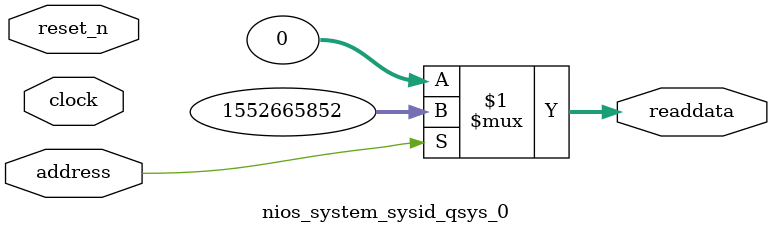
<source format=v>



// synthesis translate_off
`timescale 1ns / 1ps
// synthesis translate_on

// turn off superfluous verilog processor warnings 
// altera message_level Level1 
// altera message_off 10034 10035 10036 10037 10230 10240 10030 

module nios_system_sysid_qsys_0 (
               // inputs:
                address,
                clock,
                reset_n,

               // outputs:
                readdata
             )
;

  output  [ 31: 0] readdata;
  input            address;
  input            clock;
  input            reset_n;

  wire    [ 31: 0] readdata;
  //control_slave, which is an e_avalon_slave
  assign readdata = address ? 1552665852 : 0;

endmodule



</source>
